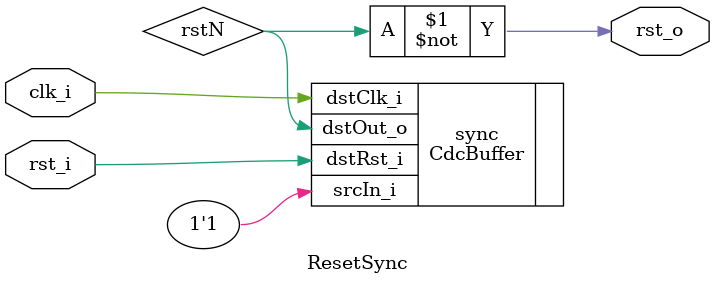
<source format=sv>

`default_nettype none
module ResetSync (
    input   wire    clk_i,
    input   wire    rst_i,
    output  wire    rst_o
);

`ifdef RACYICS

    logic syncRst_n;
    ri_common_reset_sync sync (
        .clk_i          (clk_i),
        .reset_n_i      (~rst_i),
        .testmode_i     (1'b0),
        .sync_reset_n_o (syncRst_n)
    );
    assign rst_o = ~syncRst_n;

`else

    logic rstN;
    CdcBuffer sync (
        .srcIn_i    (1'b1),
        .dstClk_i   (clk_i),
        .dstRst_i   (rst_i),
        .dstOut_o   (rstN)
    );
    assign rst_o = ~rstN;

`endif


endmodule 

</source>
